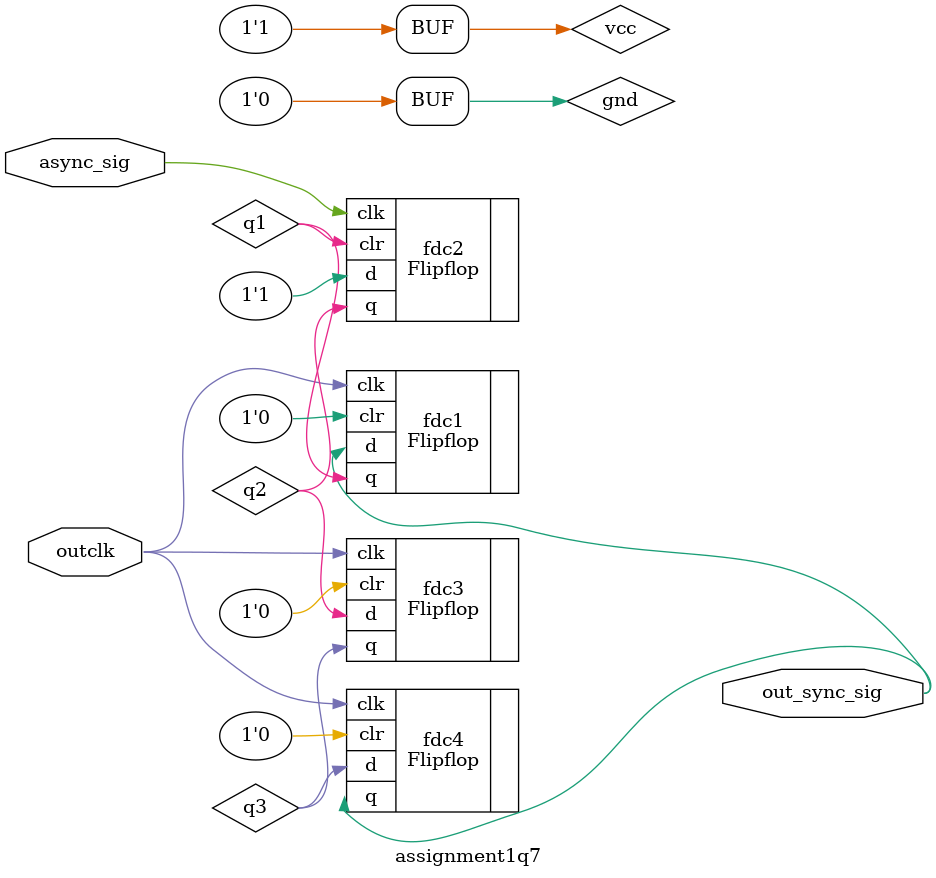
<source format=v>
`default_nettype none
module assignment1q7 (async_sig, outclk, out_sync_sig);
	input async_sig;
	input outclk;
	output out_sync_sig;
		
	wire vcc = 1;
	wire gnd = 0;
	
	wire q1;
	wire q2;
	wire q3;
	
	Flipflop
	fdc1(
	.clk(outclk),
	.clr(gnd),
	.q(q1),
	.d(out_sync_sig)	
	);
	
	Flipflop
	fdc2(
	.clk(async_sig),
	.clr(q1),
	.q(q2),
	.d(vcc)
	);
	
	Flipflop
	fdc3(
	.clk(outclk),
	.clr(gnd),
	.q(q3),
	.d(q2)	
	);
	
	Flipflop
	fdc4(
	.clk(outclk),
	.clr(gnd),
	.q(out_sync_sig),
	.d(q3)
	);
	
endmodule	
	
</source>
